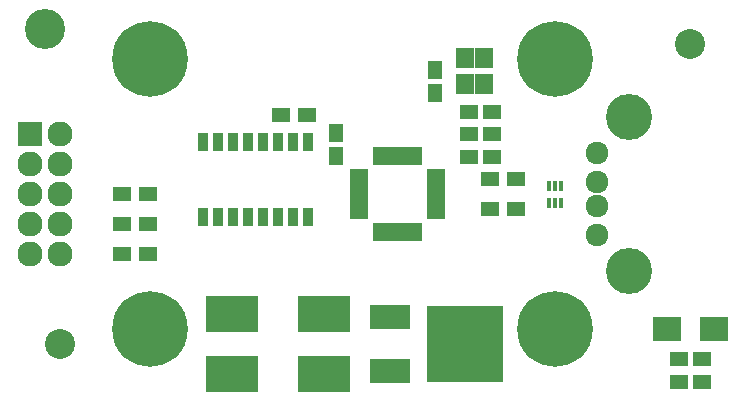
<source format=gbr>
G04 #@! TF.FileFunction,Soldermask,Top*
%FSLAX46Y46*%
G04 Gerber Fmt 4.6, Leading zero omitted, Abs format (unit mm)*
G04 Created by KiCad (PCBNEW 4.0.5+dfsg1-4) date Thu Feb 15 14:09:15 2018*
%MOMM*%
%LPD*%
G01*
G04 APERTURE LIST*
%ADD10C,0.100000*%
%ADD11R,1.600000X1.800000*%
%ADD12R,4.400500X3.100020*%
%ADD13R,1.150000X1.600000*%
%ADD14R,1.600000X1.150000*%
%ADD15R,2.400000X2.100000*%
%ADD16R,2.127200X2.127200*%
%ADD17O,2.127200X2.127200*%
%ADD18C,1.924000*%
%ADD19C,3.900000*%
%ADD20R,1.600000X1.300000*%
%ADD21R,3.448000X2.051000*%
%ADD22R,6.496000X6.496000*%
%ADD23R,0.400000X0.950000*%
%ADD24C,6.400000*%
%ADD25C,3.400000*%
%ADD26R,0.908000X1.543000*%
%ADD27R,1.600000X0.680000*%
%ADD28R,0.680000X1.600000*%
%ADD29C,2.540000*%
G04 APERTURE END LIST*
D10*
D11*
X168872000Y-90086000D03*
X168872000Y-92286000D03*
X170472000Y-92286000D03*
X170472000Y-90086000D03*
D12*
X149146260Y-111760000D03*
X156923740Y-111760000D03*
X149146260Y-116840000D03*
X156923740Y-116840000D03*
D13*
X157988000Y-98359000D03*
X157988000Y-96459000D03*
X166370000Y-91125000D03*
X166370000Y-93025000D03*
D14*
X171130000Y-94615000D03*
X169230000Y-94615000D03*
X169230000Y-96520000D03*
X171130000Y-96520000D03*
X169230000Y-98425000D03*
X171130000Y-98425000D03*
D15*
X185960000Y-113030000D03*
X189960000Y-113030000D03*
D16*
X132080000Y-96520000D03*
D17*
X134620000Y-96520000D03*
X132080000Y-99060000D03*
X134620000Y-99060000D03*
X132080000Y-101600000D03*
X134620000Y-101600000D03*
X132080000Y-104140000D03*
X134620000Y-104140000D03*
X132080000Y-106680000D03*
X134620000Y-106680000D03*
D18*
X180040000Y-100600000D03*
X180040000Y-102600000D03*
X180040000Y-98100000D03*
X180040000Y-105100000D03*
D19*
X182740000Y-108100000D03*
X182740000Y-95100000D03*
D20*
X142070000Y-106680000D03*
X139870000Y-106680000D03*
X142070000Y-104140000D03*
X139870000Y-104140000D03*
X142070000Y-101600000D03*
X139870000Y-101600000D03*
X155532000Y-94869000D03*
X153332000Y-94869000D03*
X173185000Y-102870000D03*
X170985000Y-102870000D03*
X173185000Y-100330000D03*
X170985000Y-100330000D03*
D21*
X162560000Y-112014000D03*
D22*
X168910000Y-114300000D03*
D21*
X162560000Y-116586000D03*
D23*
X176030000Y-100875000D03*
X176530000Y-100875000D03*
X177030000Y-100875000D03*
X177030000Y-102325000D03*
X176530000Y-102325000D03*
X176030000Y-102325000D03*
D24*
X142240000Y-90170000D03*
X142240000Y-113030000D03*
X176530000Y-113030000D03*
X176530000Y-90170000D03*
D14*
X188910000Y-117475000D03*
X187010000Y-117475000D03*
D25*
X133350000Y-87630000D03*
D14*
X188910000Y-115570000D03*
X187010000Y-115570000D03*
D26*
X155575000Y-103505000D03*
X153035000Y-103505000D03*
X151765000Y-103505000D03*
X150495000Y-103505000D03*
X149225000Y-103505000D03*
X147955000Y-103505000D03*
X146685000Y-103505000D03*
X146685000Y-97155000D03*
X147955000Y-97155000D03*
X149225000Y-97155000D03*
X150495000Y-97155000D03*
X151765000Y-97155000D03*
X153035000Y-97155000D03*
X154305000Y-97155000D03*
X155575000Y-97155000D03*
X154305000Y-103505000D03*
D27*
X159945000Y-99850000D03*
X159945000Y-100350000D03*
X159945000Y-100850000D03*
X159945000Y-101350000D03*
X159945000Y-101850000D03*
X159945000Y-102350000D03*
X159945000Y-102850000D03*
X159945000Y-103350000D03*
D28*
X161445000Y-104850000D03*
X161945000Y-104850000D03*
X162445000Y-104850000D03*
X162945000Y-104850000D03*
X163445000Y-104850000D03*
X163945000Y-104850000D03*
X164445000Y-104850000D03*
X164945000Y-104850000D03*
D27*
X166445000Y-103350000D03*
X166445000Y-102850000D03*
X166445000Y-102350000D03*
X166445000Y-101850000D03*
X166445000Y-101350000D03*
X166445000Y-100850000D03*
X166445000Y-100350000D03*
X166445000Y-99850000D03*
D28*
X164945000Y-98350000D03*
X164445000Y-98350000D03*
X163945000Y-98350000D03*
X163445000Y-98350000D03*
X162945000Y-98350000D03*
X162445000Y-98350000D03*
X161945000Y-98350000D03*
X161445000Y-98350000D03*
D29*
X187960000Y-88900000D03*
X134620000Y-114300000D03*
M02*

</source>
